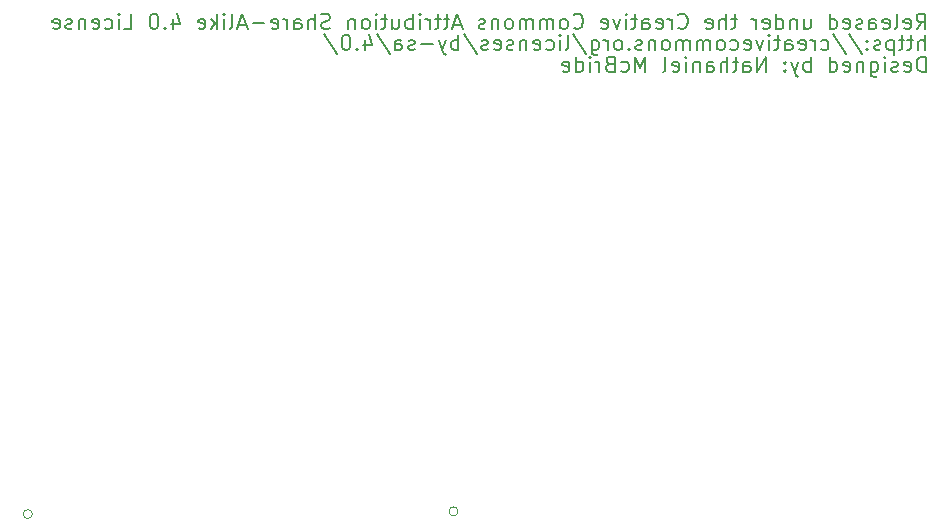
<source format=gbr>
%TF.GenerationSoftware,KiCad,Pcbnew,(6.0.9)*%
%TF.CreationDate,2023-01-10T21:20:11-08:00*%
%TF.ProjectId,RPCM1 IO Board,5250434d-3120-4494-9f20-426f6172642e,1*%
%TF.SameCoordinates,Original*%
%TF.FileFunction,Legend,Bot*%
%TF.FilePolarity,Positive*%
%FSLAX46Y46*%
G04 Gerber Fmt 4.6, Leading zero omitted, Abs format (unit mm)*
G04 Created by KiCad (PCBNEW (6.0.9)) date 2023-01-10 21:20:11*
%MOMM*%
%LPD*%
G01*
G04 APERTURE LIST*
%ADD10C,0.152400*%
%ADD11C,0.120000*%
G04 APERTURE END LIST*
D10*
%TO.C,*%
X136513333Y-39958095D02*
X136946666Y-39339047D01*
X137256190Y-39958095D02*
X137256190Y-38658095D01*
X136760952Y-38658095D01*
X136637142Y-38720000D01*
X136575238Y-38781904D01*
X136513333Y-38905714D01*
X136513333Y-39091428D01*
X136575238Y-39215238D01*
X136637142Y-39277142D01*
X136760952Y-39339047D01*
X137256190Y-39339047D01*
X135460952Y-39896190D02*
X135584761Y-39958095D01*
X135832380Y-39958095D01*
X135956190Y-39896190D01*
X136018095Y-39772380D01*
X136018095Y-39277142D01*
X135956190Y-39153333D01*
X135832380Y-39091428D01*
X135584761Y-39091428D01*
X135460952Y-39153333D01*
X135399047Y-39277142D01*
X135399047Y-39400952D01*
X136018095Y-39524761D01*
X134656190Y-39958095D02*
X134780000Y-39896190D01*
X134841904Y-39772380D01*
X134841904Y-38658095D01*
X133665714Y-39896190D02*
X133789523Y-39958095D01*
X134037142Y-39958095D01*
X134160952Y-39896190D01*
X134222857Y-39772380D01*
X134222857Y-39277142D01*
X134160952Y-39153333D01*
X134037142Y-39091428D01*
X133789523Y-39091428D01*
X133665714Y-39153333D01*
X133603809Y-39277142D01*
X133603809Y-39400952D01*
X134222857Y-39524761D01*
X132489523Y-39958095D02*
X132489523Y-39277142D01*
X132551428Y-39153333D01*
X132675238Y-39091428D01*
X132922857Y-39091428D01*
X133046666Y-39153333D01*
X132489523Y-39896190D02*
X132613333Y-39958095D01*
X132922857Y-39958095D01*
X133046666Y-39896190D01*
X133108571Y-39772380D01*
X133108571Y-39648571D01*
X133046666Y-39524761D01*
X132922857Y-39462857D01*
X132613333Y-39462857D01*
X132489523Y-39400952D01*
X131932380Y-39896190D02*
X131808571Y-39958095D01*
X131560952Y-39958095D01*
X131437142Y-39896190D01*
X131375238Y-39772380D01*
X131375238Y-39710476D01*
X131437142Y-39586666D01*
X131560952Y-39524761D01*
X131746666Y-39524761D01*
X131870476Y-39462857D01*
X131932380Y-39339047D01*
X131932380Y-39277142D01*
X131870476Y-39153333D01*
X131746666Y-39091428D01*
X131560952Y-39091428D01*
X131437142Y-39153333D01*
X130322857Y-39896190D02*
X130446666Y-39958095D01*
X130694285Y-39958095D01*
X130818095Y-39896190D01*
X130879999Y-39772380D01*
X130879999Y-39277142D01*
X130818095Y-39153333D01*
X130694285Y-39091428D01*
X130446666Y-39091428D01*
X130322857Y-39153333D01*
X130260952Y-39277142D01*
X130260952Y-39400952D01*
X130879999Y-39524761D01*
X129146666Y-39958095D02*
X129146666Y-38658095D01*
X129146666Y-39896190D02*
X129270476Y-39958095D01*
X129518095Y-39958095D01*
X129641904Y-39896190D01*
X129703809Y-39834285D01*
X129765714Y-39710476D01*
X129765714Y-39339047D01*
X129703809Y-39215238D01*
X129641904Y-39153333D01*
X129518095Y-39091428D01*
X129270476Y-39091428D01*
X129146666Y-39153333D01*
X126979999Y-39091428D02*
X126979999Y-39958095D01*
X127537142Y-39091428D02*
X127537142Y-39772380D01*
X127475238Y-39896190D01*
X127351428Y-39958095D01*
X127165714Y-39958095D01*
X127041904Y-39896190D01*
X126979999Y-39834285D01*
X126360952Y-39091428D02*
X126360952Y-39958095D01*
X126360952Y-39215238D02*
X126299047Y-39153333D01*
X126175238Y-39091428D01*
X125989523Y-39091428D01*
X125865714Y-39153333D01*
X125803809Y-39277142D01*
X125803809Y-39958095D01*
X124627619Y-39958095D02*
X124627619Y-38658095D01*
X124627619Y-39896190D02*
X124751428Y-39958095D01*
X124999047Y-39958095D01*
X125122857Y-39896190D01*
X125184761Y-39834285D01*
X125246666Y-39710476D01*
X125246666Y-39339047D01*
X125184761Y-39215238D01*
X125122857Y-39153333D01*
X124999047Y-39091428D01*
X124751428Y-39091428D01*
X124627619Y-39153333D01*
X123513333Y-39896190D02*
X123637142Y-39958095D01*
X123884761Y-39958095D01*
X124008571Y-39896190D01*
X124070476Y-39772380D01*
X124070476Y-39277142D01*
X124008571Y-39153333D01*
X123884761Y-39091428D01*
X123637142Y-39091428D01*
X123513333Y-39153333D01*
X123451428Y-39277142D01*
X123451428Y-39400952D01*
X124070476Y-39524761D01*
X122894285Y-39958095D02*
X122894285Y-39091428D01*
X122894285Y-39339047D02*
X122832380Y-39215238D01*
X122770476Y-39153333D01*
X122646666Y-39091428D01*
X122522857Y-39091428D01*
X121284761Y-39091428D02*
X120789523Y-39091428D01*
X121099047Y-38658095D02*
X121099047Y-39772380D01*
X121037142Y-39896190D01*
X120913333Y-39958095D01*
X120789523Y-39958095D01*
X120356190Y-39958095D02*
X120356190Y-38658095D01*
X119799047Y-39958095D02*
X119799047Y-39277142D01*
X119860952Y-39153333D01*
X119984761Y-39091428D01*
X120170476Y-39091428D01*
X120294285Y-39153333D01*
X120356190Y-39215238D01*
X118684761Y-39896190D02*
X118808571Y-39958095D01*
X119056190Y-39958095D01*
X119179999Y-39896190D01*
X119241904Y-39772380D01*
X119241904Y-39277142D01*
X119179999Y-39153333D01*
X119056190Y-39091428D01*
X118808571Y-39091428D01*
X118684761Y-39153333D01*
X118622857Y-39277142D01*
X118622857Y-39400952D01*
X119241904Y-39524761D01*
X116332380Y-39834285D02*
X116394285Y-39896190D01*
X116579999Y-39958095D01*
X116703809Y-39958095D01*
X116889523Y-39896190D01*
X117013333Y-39772380D01*
X117075238Y-39648571D01*
X117137142Y-39400952D01*
X117137142Y-39215238D01*
X117075238Y-38967619D01*
X117013333Y-38843809D01*
X116889523Y-38720000D01*
X116703809Y-38658095D01*
X116579999Y-38658095D01*
X116394285Y-38720000D01*
X116332380Y-38781904D01*
X115775238Y-39958095D02*
X115775238Y-39091428D01*
X115775238Y-39339047D02*
X115713333Y-39215238D01*
X115651428Y-39153333D01*
X115527619Y-39091428D01*
X115403809Y-39091428D01*
X114475238Y-39896190D02*
X114599047Y-39958095D01*
X114846666Y-39958095D01*
X114970476Y-39896190D01*
X115032380Y-39772380D01*
X115032380Y-39277142D01*
X114970476Y-39153333D01*
X114846666Y-39091428D01*
X114599047Y-39091428D01*
X114475238Y-39153333D01*
X114413333Y-39277142D01*
X114413333Y-39400952D01*
X115032380Y-39524761D01*
X113299047Y-39958095D02*
X113299047Y-39277142D01*
X113360952Y-39153333D01*
X113484761Y-39091428D01*
X113732380Y-39091428D01*
X113856190Y-39153333D01*
X113299047Y-39896190D02*
X113422857Y-39958095D01*
X113732380Y-39958095D01*
X113856190Y-39896190D01*
X113918095Y-39772380D01*
X113918095Y-39648571D01*
X113856190Y-39524761D01*
X113732380Y-39462857D01*
X113422857Y-39462857D01*
X113299047Y-39400952D01*
X112865714Y-39091428D02*
X112370476Y-39091428D01*
X112679999Y-38658095D02*
X112679999Y-39772380D01*
X112618095Y-39896190D01*
X112494285Y-39958095D01*
X112370476Y-39958095D01*
X111937142Y-39958095D02*
X111937142Y-39091428D01*
X111937142Y-38658095D02*
X111999047Y-38720000D01*
X111937142Y-38781904D01*
X111875238Y-38720000D01*
X111937142Y-38658095D01*
X111937142Y-38781904D01*
X111441904Y-39091428D02*
X111132380Y-39958095D01*
X110822857Y-39091428D01*
X109832380Y-39896190D02*
X109956190Y-39958095D01*
X110203809Y-39958095D01*
X110327619Y-39896190D01*
X110389523Y-39772380D01*
X110389523Y-39277142D01*
X110327619Y-39153333D01*
X110203809Y-39091428D01*
X109956190Y-39091428D01*
X109832380Y-39153333D01*
X109770476Y-39277142D01*
X109770476Y-39400952D01*
X110389523Y-39524761D01*
X107479999Y-39834285D02*
X107541904Y-39896190D01*
X107727619Y-39958095D01*
X107851428Y-39958095D01*
X108037142Y-39896190D01*
X108160952Y-39772380D01*
X108222857Y-39648571D01*
X108284761Y-39400952D01*
X108284761Y-39215238D01*
X108222857Y-38967619D01*
X108160952Y-38843809D01*
X108037142Y-38720000D01*
X107851428Y-38658095D01*
X107727619Y-38658095D01*
X107541904Y-38720000D01*
X107479999Y-38781904D01*
X106737142Y-39958095D02*
X106860952Y-39896190D01*
X106922857Y-39834285D01*
X106984761Y-39710476D01*
X106984761Y-39339047D01*
X106922857Y-39215238D01*
X106860952Y-39153333D01*
X106737142Y-39091428D01*
X106551428Y-39091428D01*
X106427619Y-39153333D01*
X106365714Y-39215238D01*
X106303809Y-39339047D01*
X106303809Y-39710476D01*
X106365714Y-39834285D01*
X106427619Y-39896190D01*
X106551428Y-39958095D01*
X106737142Y-39958095D01*
X105746666Y-39958095D02*
X105746666Y-39091428D01*
X105746666Y-39215238D02*
X105684761Y-39153333D01*
X105560952Y-39091428D01*
X105375238Y-39091428D01*
X105251428Y-39153333D01*
X105189523Y-39277142D01*
X105189523Y-39958095D01*
X105189523Y-39277142D02*
X105127619Y-39153333D01*
X105003809Y-39091428D01*
X104818095Y-39091428D01*
X104694285Y-39153333D01*
X104632380Y-39277142D01*
X104632380Y-39958095D01*
X104013333Y-39958095D02*
X104013333Y-39091428D01*
X104013333Y-39215238D02*
X103951428Y-39153333D01*
X103827619Y-39091428D01*
X103641904Y-39091428D01*
X103518095Y-39153333D01*
X103456190Y-39277142D01*
X103456190Y-39958095D01*
X103456190Y-39277142D02*
X103394285Y-39153333D01*
X103270476Y-39091428D01*
X103084761Y-39091428D01*
X102960952Y-39153333D01*
X102899047Y-39277142D01*
X102899047Y-39958095D01*
X102094285Y-39958095D02*
X102218095Y-39896190D01*
X102279999Y-39834285D01*
X102341904Y-39710476D01*
X102341904Y-39339047D01*
X102279999Y-39215238D01*
X102218095Y-39153333D01*
X102094285Y-39091428D01*
X101908571Y-39091428D01*
X101784761Y-39153333D01*
X101722857Y-39215238D01*
X101660952Y-39339047D01*
X101660952Y-39710476D01*
X101722857Y-39834285D01*
X101784761Y-39896190D01*
X101908571Y-39958095D01*
X102094285Y-39958095D01*
X101103809Y-39091428D02*
X101103809Y-39958095D01*
X101103809Y-39215238D02*
X101041904Y-39153333D01*
X100918095Y-39091428D01*
X100732380Y-39091428D01*
X100608571Y-39153333D01*
X100546666Y-39277142D01*
X100546666Y-39958095D01*
X99989523Y-39896190D02*
X99865714Y-39958095D01*
X99618095Y-39958095D01*
X99494285Y-39896190D01*
X99432380Y-39772380D01*
X99432380Y-39710476D01*
X99494285Y-39586666D01*
X99618095Y-39524761D01*
X99803809Y-39524761D01*
X99927619Y-39462857D01*
X99989523Y-39339047D01*
X99989523Y-39277142D01*
X99927619Y-39153333D01*
X99803809Y-39091428D01*
X99618095Y-39091428D01*
X99494285Y-39153333D01*
X97946666Y-39586666D02*
X97327619Y-39586666D01*
X98070476Y-39958095D02*
X97637142Y-38658095D01*
X97203809Y-39958095D01*
X96956190Y-39091428D02*
X96460952Y-39091428D01*
X96770476Y-38658095D02*
X96770476Y-39772380D01*
X96708571Y-39896190D01*
X96584761Y-39958095D01*
X96460952Y-39958095D01*
X96213333Y-39091428D02*
X95718095Y-39091428D01*
X96027619Y-38658095D02*
X96027619Y-39772380D01*
X95965714Y-39896190D01*
X95841904Y-39958095D01*
X95718095Y-39958095D01*
X95284761Y-39958095D02*
X95284761Y-39091428D01*
X95284761Y-39339047D02*
X95222857Y-39215238D01*
X95160952Y-39153333D01*
X95037142Y-39091428D01*
X94913333Y-39091428D01*
X94479999Y-39958095D02*
X94479999Y-39091428D01*
X94479999Y-38658095D02*
X94541904Y-38720000D01*
X94479999Y-38781904D01*
X94418095Y-38720000D01*
X94479999Y-38658095D01*
X94479999Y-38781904D01*
X93860952Y-39958095D02*
X93860952Y-38658095D01*
X93860952Y-39153333D02*
X93737142Y-39091428D01*
X93489523Y-39091428D01*
X93365714Y-39153333D01*
X93303809Y-39215238D01*
X93241904Y-39339047D01*
X93241904Y-39710476D01*
X93303809Y-39834285D01*
X93365714Y-39896190D01*
X93489523Y-39958095D01*
X93737142Y-39958095D01*
X93860952Y-39896190D01*
X92127619Y-39091428D02*
X92127619Y-39958095D01*
X92684761Y-39091428D02*
X92684761Y-39772380D01*
X92622857Y-39896190D01*
X92499047Y-39958095D01*
X92313333Y-39958095D01*
X92189523Y-39896190D01*
X92127619Y-39834285D01*
X91694285Y-39091428D02*
X91199047Y-39091428D01*
X91508571Y-38658095D02*
X91508571Y-39772380D01*
X91446666Y-39896190D01*
X91322857Y-39958095D01*
X91199047Y-39958095D01*
X90765714Y-39958095D02*
X90765714Y-39091428D01*
X90765714Y-38658095D02*
X90827619Y-38720000D01*
X90765714Y-38781904D01*
X90703809Y-38720000D01*
X90765714Y-38658095D01*
X90765714Y-38781904D01*
X89960952Y-39958095D02*
X90084761Y-39896190D01*
X90146666Y-39834285D01*
X90208571Y-39710476D01*
X90208571Y-39339047D01*
X90146666Y-39215238D01*
X90084761Y-39153333D01*
X89960952Y-39091428D01*
X89775238Y-39091428D01*
X89651428Y-39153333D01*
X89589523Y-39215238D01*
X89527619Y-39339047D01*
X89527619Y-39710476D01*
X89589523Y-39834285D01*
X89651428Y-39896190D01*
X89775238Y-39958095D01*
X89960952Y-39958095D01*
X88970476Y-39091428D02*
X88970476Y-39958095D01*
X88970476Y-39215238D02*
X88908571Y-39153333D01*
X88784761Y-39091428D01*
X88599047Y-39091428D01*
X88475238Y-39153333D01*
X88413333Y-39277142D01*
X88413333Y-39958095D01*
X86865714Y-39896190D02*
X86679999Y-39958095D01*
X86370476Y-39958095D01*
X86246666Y-39896190D01*
X86184761Y-39834285D01*
X86122857Y-39710476D01*
X86122857Y-39586666D01*
X86184761Y-39462857D01*
X86246666Y-39400952D01*
X86370476Y-39339047D01*
X86618095Y-39277142D01*
X86741904Y-39215238D01*
X86803809Y-39153333D01*
X86865714Y-39029523D01*
X86865714Y-38905714D01*
X86803809Y-38781904D01*
X86741904Y-38720000D01*
X86618095Y-38658095D01*
X86308571Y-38658095D01*
X86122857Y-38720000D01*
X85565714Y-39958095D02*
X85565714Y-38658095D01*
X85008571Y-39958095D02*
X85008571Y-39277142D01*
X85070476Y-39153333D01*
X85194285Y-39091428D01*
X85379999Y-39091428D01*
X85503809Y-39153333D01*
X85565714Y-39215238D01*
X83832380Y-39958095D02*
X83832380Y-39277142D01*
X83894285Y-39153333D01*
X84018095Y-39091428D01*
X84265714Y-39091428D01*
X84389523Y-39153333D01*
X83832380Y-39896190D02*
X83956190Y-39958095D01*
X84265714Y-39958095D01*
X84389523Y-39896190D01*
X84451428Y-39772380D01*
X84451428Y-39648571D01*
X84389523Y-39524761D01*
X84265714Y-39462857D01*
X83956190Y-39462857D01*
X83832380Y-39400952D01*
X83213333Y-39958095D02*
X83213333Y-39091428D01*
X83213333Y-39339047D02*
X83151428Y-39215238D01*
X83089523Y-39153333D01*
X82965714Y-39091428D01*
X82841904Y-39091428D01*
X81913333Y-39896190D02*
X82037142Y-39958095D01*
X82284761Y-39958095D01*
X82408571Y-39896190D01*
X82470476Y-39772380D01*
X82470476Y-39277142D01*
X82408571Y-39153333D01*
X82284761Y-39091428D01*
X82037142Y-39091428D01*
X81913333Y-39153333D01*
X81851428Y-39277142D01*
X81851428Y-39400952D01*
X82470476Y-39524761D01*
X81294285Y-39462857D02*
X80303809Y-39462857D01*
X79746666Y-39586666D02*
X79127619Y-39586666D01*
X79870476Y-39958095D02*
X79437142Y-38658095D01*
X79003809Y-39958095D01*
X78384761Y-39958095D02*
X78508571Y-39896190D01*
X78570476Y-39772380D01*
X78570476Y-38658095D01*
X77889523Y-39958095D02*
X77889523Y-39091428D01*
X77889523Y-38658095D02*
X77951428Y-38720000D01*
X77889523Y-38781904D01*
X77827619Y-38720000D01*
X77889523Y-38658095D01*
X77889523Y-38781904D01*
X77270476Y-39958095D02*
X77270476Y-38658095D01*
X77146666Y-39462857D02*
X76775238Y-39958095D01*
X76775238Y-39091428D02*
X77270476Y-39586666D01*
X75722857Y-39896190D02*
X75846666Y-39958095D01*
X76094285Y-39958095D01*
X76218095Y-39896190D01*
X76279999Y-39772380D01*
X76279999Y-39277142D01*
X76218095Y-39153333D01*
X76094285Y-39091428D01*
X75846666Y-39091428D01*
X75722857Y-39153333D01*
X75660952Y-39277142D01*
X75660952Y-39400952D01*
X76279999Y-39524761D01*
X73556190Y-39091428D02*
X73556190Y-39958095D01*
X73865714Y-38596190D02*
X74175238Y-39524761D01*
X73370476Y-39524761D01*
X72875238Y-39834285D02*
X72813333Y-39896190D01*
X72875238Y-39958095D01*
X72937142Y-39896190D01*
X72875238Y-39834285D01*
X72875238Y-39958095D01*
X72008571Y-38658095D02*
X71884761Y-38658095D01*
X71760952Y-38720000D01*
X71699047Y-38781904D01*
X71637142Y-38905714D01*
X71575238Y-39153333D01*
X71575238Y-39462857D01*
X71637142Y-39710476D01*
X71699047Y-39834285D01*
X71760952Y-39896190D01*
X71884761Y-39958095D01*
X72008571Y-39958095D01*
X72132380Y-39896190D01*
X72194285Y-39834285D01*
X72256190Y-39710476D01*
X72318095Y-39462857D01*
X72318095Y-39153333D01*
X72256190Y-38905714D01*
X72194285Y-38781904D01*
X72132380Y-38720000D01*
X72008571Y-38658095D01*
X69408571Y-39958095D02*
X70027619Y-39958095D01*
X70027619Y-38658095D01*
X68975238Y-39958095D02*
X68975238Y-39091428D01*
X68975238Y-38658095D02*
X69037142Y-38720000D01*
X68975238Y-38781904D01*
X68913333Y-38720000D01*
X68975238Y-38658095D01*
X68975238Y-38781904D01*
X67799047Y-39896190D02*
X67922857Y-39958095D01*
X68170476Y-39958095D01*
X68294285Y-39896190D01*
X68356190Y-39834285D01*
X68418095Y-39710476D01*
X68418095Y-39339047D01*
X68356190Y-39215238D01*
X68294285Y-39153333D01*
X68170476Y-39091428D01*
X67922857Y-39091428D01*
X67799047Y-39153333D01*
X66746666Y-39896190D02*
X66870476Y-39958095D01*
X67118095Y-39958095D01*
X67241904Y-39896190D01*
X67303809Y-39772380D01*
X67303809Y-39277142D01*
X67241904Y-39153333D01*
X67118095Y-39091428D01*
X66870476Y-39091428D01*
X66746666Y-39153333D01*
X66684761Y-39277142D01*
X66684761Y-39400952D01*
X67303809Y-39524761D01*
X66127619Y-39091428D02*
X66127619Y-39958095D01*
X66127619Y-39215238D02*
X66065714Y-39153333D01*
X65941904Y-39091428D01*
X65756190Y-39091428D01*
X65632380Y-39153333D01*
X65570476Y-39277142D01*
X65570476Y-39958095D01*
X65013333Y-39896190D02*
X64889523Y-39958095D01*
X64641904Y-39958095D01*
X64518095Y-39896190D01*
X64456190Y-39772380D01*
X64456190Y-39710476D01*
X64518095Y-39586666D01*
X64641904Y-39524761D01*
X64827619Y-39524761D01*
X64951428Y-39462857D01*
X65013333Y-39339047D01*
X65013333Y-39277142D01*
X64951428Y-39153333D01*
X64827619Y-39091428D01*
X64641904Y-39091428D01*
X64518095Y-39153333D01*
X63403809Y-39896190D02*
X63527619Y-39958095D01*
X63775238Y-39958095D01*
X63899047Y-39896190D01*
X63960952Y-39772380D01*
X63960952Y-39277142D01*
X63899047Y-39153333D01*
X63775238Y-39091428D01*
X63527619Y-39091428D01*
X63403809Y-39153333D01*
X63341904Y-39277142D01*
X63341904Y-39400952D01*
X63960952Y-39524761D01*
X137224361Y-41736095D02*
X137224361Y-40436095D01*
X136667219Y-41736095D02*
X136667219Y-41055142D01*
X136729123Y-40931333D01*
X136852933Y-40869428D01*
X137038647Y-40869428D01*
X137162457Y-40931333D01*
X137224361Y-40993238D01*
X136233885Y-40869428D02*
X135738647Y-40869428D01*
X136048171Y-40436095D02*
X136048171Y-41550380D01*
X135986266Y-41674190D01*
X135862457Y-41736095D01*
X135738647Y-41736095D01*
X135491028Y-40869428D02*
X134995790Y-40869428D01*
X135305314Y-40436095D02*
X135305314Y-41550380D01*
X135243409Y-41674190D01*
X135119600Y-41736095D01*
X134995790Y-41736095D01*
X134562457Y-40869428D02*
X134562457Y-42169428D01*
X134562457Y-40931333D02*
X134438647Y-40869428D01*
X134191028Y-40869428D01*
X134067219Y-40931333D01*
X134005314Y-40993238D01*
X133943409Y-41117047D01*
X133943409Y-41488476D01*
X134005314Y-41612285D01*
X134067219Y-41674190D01*
X134191028Y-41736095D01*
X134438647Y-41736095D01*
X134562457Y-41674190D01*
X133448171Y-41674190D02*
X133324361Y-41736095D01*
X133076742Y-41736095D01*
X132952933Y-41674190D01*
X132891028Y-41550380D01*
X132891028Y-41488476D01*
X132952933Y-41364666D01*
X133076742Y-41302761D01*
X133262457Y-41302761D01*
X133386266Y-41240857D01*
X133448171Y-41117047D01*
X133448171Y-41055142D01*
X133386266Y-40931333D01*
X133262457Y-40869428D01*
X133076742Y-40869428D01*
X132952933Y-40931333D01*
X132333885Y-41612285D02*
X132271980Y-41674190D01*
X132333885Y-41736095D01*
X132395790Y-41674190D01*
X132333885Y-41612285D01*
X132333885Y-41736095D01*
X132333885Y-40931333D02*
X132271980Y-40993238D01*
X132333885Y-41055142D01*
X132395790Y-40993238D01*
X132333885Y-40931333D01*
X132333885Y-41055142D01*
X130786266Y-40374190D02*
X131900552Y-42045619D01*
X129424361Y-40374190D02*
X130538647Y-42045619D01*
X128433885Y-41674190D02*
X128557695Y-41736095D01*
X128805314Y-41736095D01*
X128929123Y-41674190D01*
X128991028Y-41612285D01*
X129052933Y-41488476D01*
X129052933Y-41117047D01*
X128991028Y-40993238D01*
X128929123Y-40931333D01*
X128805314Y-40869428D01*
X128557695Y-40869428D01*
X128433885Y-40931333D01*
X127876742Y-41736095D02*
X127876742Y-40869428D01*
X127876742Y-41117047D02*
X127814838Y-40993238D01*
X127752933Y-40931333D01*
X127629123Y-40869428D01*
X127505314Y-40869428D01*
X126576742Y-41674190D02*
X126700552Y-41736095D01*
X126948171Y-41736095D01*
X127071980Y-41674190D01*
X127133885Y-41550380D01*
X127133885Y-41055142D01*
X127071980Y-40931333D01*
X126948171Y-40869428D01*
X126700552Y-40869428D01*
X126576742Y-40931333D01*
X126514838Y-41055142D01*
X126514838Y-41178952D01*
X127133885Y-41302761D01*
X125400552Y-41736095D02*
X125400552Y-41055142D01*
X125462457Y-40931333D01*
X125586266Y-40869428D01*
X125833885Y-40869428D01*
X125957695Y-40931333D01*
X125400552Y-41674190D02*
X125524361Y-41736095D01*
X125833885Y-41736095D01*
X125957695Y-41674190D01*
X126019599Y-41550380D01*
X126019599Y-41426571D01*
X125957695Y-41302761D01*
X125833885Y-41240857D01*
X125524361Y-41240857D01*
X125400552Y-41178952D01*
X124967219Y-40869428D02*
X124471980Y-40869428D01*
X124781504Y-40436095D02*
X124781504Y-41550380D01*
X124719599Y-41674190D01*
X124595790Y-41736095D01*
X124471980Y-41736095D01*
X124038647Y-41736095D02*
X124038647Y-40869428D01*
X124038647Y-40436095D02*
X124100552Y-40498000D01*
X124038647Y-40559904D01*
X123976742Y-40498000D01*
X124038647Y-40436095D01*
X124038647Y-40559904D01*
X123543409Y-40869428D02*
X123233885Y-41736095D01*
X122924361Y-40869428D01*
X121933885Y-41674190D02*
X122057695Y-41736095D01*
X122305314Y-41736095D01*
X122429123Y-41674190D01*
X122491028Y-41550380D01*
X122491028Y-41055142D01*
X122429123Y-40931333D01*
X122305314Y-40869428D01*
X122057695Y-40869428D01*
X121933885Y-40931333D01*
X121871980Y-41055142D01*
X121871980Y-41178952D01*
X122491028Y-41302761D01*
X120757695Y-41674190D02*
X120881504Y-41736095D01*
X121129123Y-41736095D01*
X121252933Y-41674190D01*
X121314838Y-41612285D01*
X121376742Y-41488476D01*
X121376742Y-41117047D01*
X121314838Y-40993238D01*
X121252933Y-40931333D01*
X121129123Y-40869428D01*
X120881504Y-40869428D01*
X120757695Y-40931333D01*
X120014838Y-41736095D02*
X120138647Y-41674190D01*
X120200552Y-41612285D01*
X120262457Y-41488476D01*
X120262457Y-41117047D01*
X120200552Y-40993238D01*
X120138647Y-40931333D01*
X120014838Y-40869428D01*
X119829123Y-40869428D01*
X119705314Y-40931333D01*
X119643409Y-40993238D01*
X119581504Y-41117047D01*
X119581504Y-41488476D01*
X119643409Y-41612285D01*
X119705314Y-41674190D01*
X119829123Y-41736095D01*
X120014838Y-41736095D01*
X119024361Y-41736095D02*
X119024361Y-40869428D01*
X119024361Y-40993238D02*
X118962457Y-40931333D01*
X118838647Y-40869428D01*
X118652933Y-40869428D01*
X118529123Y-40931333D01*
X118467219Y-41055142D01*
X118467219Y-41736095D01*
X118467219Y-41055142D02*
X118405314Y-40931333D01*
X118281504Y-40869428D01*
X118095790Y-40869428D01*
X117971980Y-40931333D01*
X117910076Y-41055142D01*
X117910076Y-41736095D01*
X117291028Y-41736095D02*
X117291028Y-40869428D01*
X117291028Y-40993238D02*
X117229123Y-40931333D01*
X117105314Y-40869428D01*
X116919599Y-40869428D01*
X116795790Y-40931333D01*
X116733885Y-41055142D01*
X116733885Y-41736095D01*
X116733885Y-41055142D02*
X116671980Y-40931333D01*
X116548171Y-40869428D01*
X116362457Y-40869428D01*
X116238647Y-40931333D01*
X116176742Y-41055142D01*
X116176742Y-41736095D01*
X115371980Y-41736095D02*
X115495790Y-41674190D01*
X115557695Y-41612285D01*
X115619599Y-41488476D01*
X115619599Y-41117047D01*
X115557695Y-40993238D01*
X115495790Y-40931333D01*
X115371980Y-40869428D01*
X115186266Y-40869428D01*
X115062457Y-40931333D01*
X115000552Y-40993238D01*
X114938647Y-41117047D01*
X114938647Y-41488476D01*
X115000552Y-41612285D01*
X115062457Y-41674190D01*
X115186266Y-41736095D01*
X115371980Y-41736095D01*
X114381504Y-40869428D02*
X114381504Y-41736095D01*
X114381504Y-40993238D02*
X114319599Y-40931333D01*
X114195790Y-40869428D01*
X114010076Y-40869428D01*
X113886266Y-40931333D01*
X113824361Y-41055142D01*
X113824361Y-41736095D01*
X113267219Y-41674190D02*
X113143409Y-41736095D01*
X112895790Y-41736095D01*
X112771980Y-41674190D01*
X112710076Y-41550380D01*
X112710076Y-41488476D01*
X112771980Y-41364666D01*
X112895790Y-41302761D01*
X113081504Y-41302761D01*
X113205314Y-41240857D01*
X113267219Y-41117047D01*
X113267219Y-41055142D01*
X113205314Y-40931333D01*
X113081504Y-40869428D01*
X112895790Y-40869428D01*
X112771980Y-40931333D01*
X112152933Y-41612285D02*
X112091028Y-41674190D01*
X112152933Y-41736095D01*
X112214838Y-41674190D01*
X112152933Y-41612285D01*
X112152933Y-41736095D01*
X111348171Y-41736095D02*
X111471980Y-41674190D01*
X111533885Y-41612285D01*
X111595790Y-41488476D01*
X111595790Y-41117047D01*
X111533885Y-40993238D01*
X111471980Y-40931333D01*
X111348171Y-40869428D01*
X111162457Y-40869428D01*
X111038647Y-40931333D01*
X110976742Y-40993238D01*
X110914838Y-41117047D01*
X110914838Y-41488476D01*
X110976742Y-41612285D01*
X111038647Y-41674190D01*
X111162457Y-41736095D01*
X111348171Y-41736095D01*
X110357695Y-41736095D02*
X110357695Y-40869428D01*
X110357695Y-41117047D02*
X110295790Y-40993238D01*
X110233885Y-40931333D01*
X110110076Y-40869428D01*
X109986266Y-40869428D01*
X108995790Y-40869428D02*
X108995790Y-41921809D01*
X109057695Y-42045619D01*
X109119599Y-42107523D01*
X109243409Y-42169428D01*
X109429123Y-42169428D01*
X109552933Y-42107523D01*
X108995790Y-41674190D02*
X109119599Y-41736095D01*
X109367219Y-41736095D01*
X109491028Y-41674190D01*
X109552933Y-41612285D01*
X109614838Y-41488476D01*
X109614838Y-41117047D01*
X109552933Y-40993238D01*
X109491028Y-40931333D01*
X109367219Y-40869428D01*
X109119599Y-40869428D01*
X108995790Y-40931333D01*
X107448171Y-40374190D02*
X108562457Y-42045619D01*
X106829123Y-41736095D02*
X106952933Y-41674190D01*
X107014838Y-41550380D01*
X107014838Y-40436095D01*
X106333885Y-41736095D02*
X106333885Y-40869428D01*
X106333885Y-40436095D02*
X106395790Y-40498000D01*
X106333885Y-40559904D01*
X106271980Y-40498000D01*
X106333885Y-40436095D01*
X106333885Y-40559904D01*
X105157695Y-41674190D02*
X105281504Y-41736095D01*
X105529123Y-41736095D01*
X105652933Y-41674190D01*
X105714838Y-41612285D01*
X105776742Y-41488476D01*
X105776742Y-41117047D01*
X105714838Y-40993238D01*
X105652933Y-40931333D01*
X105529123Y-40869428D01*
X105281504Y-40869428D01*
X105157695Y-40931333D01*
X104105314Y-41674190D02*
X104229123Y-41736095D01*
X104476742Y-41736095D01*
X104600552Y-41674190D01*
X104662457Y-41550380D01*
X104662457Y-41055142D01*
X104600552Y-40931333D01*
X104476742Y-40869428D01*
X104229123Y-40869428D01*
X104105314Y-40931333D01*
X104043409Y-41055142D01*
X104043409Y-41178952D01*
X104662457Y-41302761D01*
X103486266Y-40869428D02*
X103486266Y-41736095D01*
X103486266Y-40993238D02*
X103424361Y-40931333D01*
X103300552Y-40869428D01*
X103114838Y-40869428D01*
X102991028Y-40931333D01*
X102929123Y-41055142D01*
X102929123Y-41736095D01*
X102371980Y-41674190D02*
X102248171Y-41736095D01*
X102000552Y-41736095D01*
X101876742Y-41674190D01*
X101814838Y-41550380D01*
X101814838Y-41488476D01*
X101876742Y-41364666D01*
X102000552Y-41302761D01*
X102186266Y-41302761D01*
X102310076Y-41240857D01*
X102371980Y-41117047D01*
X102371980Y-41055142D01*
X102310076Y-40931333D01*
X102186266Y-40869428D01*
X102000552Y-40869428D01*
X101876742Y-40931333D01*
X100762457Y-41674190D02*
X100886266Y-41736095D01*
X101133885Y-41736095D01*
X101257695Y-41674190D01*
X101319599Y-41550380D01*
X101319599Y-41055142D01*
X101257695Y-40931333D01*
X101133885Y-40869428D01*
X100886266Y-40869428D01*
X100762457Y-40931333D01*
X100700552Y-41055142D01*
X100700552Y-41178952D01*
X101319599Y-41302761D01*
X100205314Y-41674190D02*
X100081504Y-41736095D01*
X99833885Y-41736095D01*
X99710076Y-41674190D01*
X99648171Y-41550380D01*
X99648171Y-41488476D01*
X99710076Y-41364666D01*
X99833885Y-41302761D01*
X100019599Y-41302761D01*
X100143409Y-41240857D01*
X100205314Y-41117047D01*
X100205314Y-41055142D01*
X100143409Y-40931333D01*
X100019599Y-40869428D01*
X99833885Y-40869428D01*
X99710076Y-40931333D01*
X98162457Y-40374190D02*
X99276742Y-42045619D01*
X97729123Y-41736095D02*
X97729123Y-40436095D01*
X97729123Y-40931333D02*
X97605314Y-40869428D01*
X97357695Y-40869428D01*
X97233885Y-40931333D01*
X97171980Y-40993238D01*
X97110076Y-41117047D01*
X97110076Y-41488476D01*
X97171980Y-41612285D01*
X97233885Y-41674190D01*
X97357695Y-41736095D01*
X97605314Y-41736095D01*
X97729123Y-41674190D01*
X96676742Y-40869428D02*
X96367219Y-41736095D01*
X96057695Y-40869428D02*
X96367219Y-41736095D01*
X96491028Y-42045619D01*
X96552933Y-42107523D01*
X96676742Y-42169428D01*
X95562457Y-41240857D02*
X94571980Y-41240857D01*
X94014838Y-41674190D02*
X93891028Y-41736095D01*
X93643409Y-41736095D01*
X93519599Y-41674190D01*
X93457695Y-41550380D01*
X93457695Y-41488476D01*
X93519599Y-41364666D01*
X93643409Y-41302761D01*
X93829123Y-41302761D01*
X93952933Y-41240857D01*
X94014838Y-41117047D01*
X94014838Y-41055142D01*
X93952933Y-40931333D01*
X93829123Y-40869428D01*
X93643409Y-40869428D01*
X93519599Y-40931333D01*
X92343409Y-41736095D02*
X92343409Y-41055142D01*
X92405314Y-40931333D01*
X92529123Y-40869428D01*
X92776742Y-40869428D01*
X92900552Y-40931333D01*
X92343409Y-41674190D02*
X92467219Y-41736095D01*
X92776742Y-41736095D01*
X92900552Y-41674190D01*
X92962457Y-41550380D01*
X92962457Y-41426571D01*
X92900552Y-41302761D01*
X92776742Y-41240857D01*
X92467219Y-41240857D01*
X92343409Y-41178952D01*
X90795790Y-40374190D02*
X91910076Y-42045619D01*
X89805314Y-40869428D02*
X89805314Y-41736095D01*
X90114838Y-40374190D02*
X90424361Y-41302761D01*
X89619599Y-41302761D01*
X89124361Y-41612285D02*
X89062457Y-41674190D01*
X89124361Y-41736095D01*
X89186266Y-41674190D01*
X89124361Y-41612285D01*
X89124361Y-41736095D01*
X88257695Y-40436095D02*
X88133885Y-40436095D01*
X88010076Y-40498000D01*
X87948171Y-40559904D01*
X87886266Y-40683714D01*
X87824361Y-40931333D01*
X87824361Y-41240857D01*
X87886266Y-41488476D01*
X87948171Y-41612285D01*
X88010076Y-41674190D01*
X88133885Y-41736095D01*
X88257695Y-41736095D01*
X88381504Y-41674190D01*
X88443409Y-41612285D01*
X88505314Y-41488476D01*
X88567219Y-41240857D01*
X88567219Y-40931333D01*
X88505314Y-40683714D01*
X88443409Y-40559904D01*
X88381504Y-40498000D01*
X88257695Y-40436095D01*
X86338647Y-40374190D02*
X87452933Y-42045619D01*
X137272380Y-43590295D02*
X137272380Y-42290295D01*
X136962857Y-42290295D01*
X136777142Y-42352200D01*
X136653333Y-42476009D01*
X136591428Y-42599819D01*
X136529523Y-42847438D01*
X136529523Y-43033152D01*
X136591428Y-43280771D01*
X136653333Y-43404580D01*
X136777142Y-43528390D01*
X136962857Y-43590295D01*
X137272380Y-43590295D01*
X135477142Y-43528390D02*
X135600952Y-43590295D01*
X135848571Y-43590295D01*
X135972380Y-43528390D01*
X136034285Y-43404580D01*
X136034285Y-42909342D01*
X135972380Y-42785533D01*
X135848571Y-42723628D01*
X135600952Y-42723628D01*
X135477142Y-42785533D01*
X135415238Y-42909342D01*
X135415238Y-43033152D01*
X136034285Y-43156961D01*
X134920000Y-43528390D02*
X134796190Y-43590295D01*
X134548571Y-43590295D01*
X134424761Y-43528390D01*
X134362857Y-43404580D01*
X134362857Y-43342676D01*
X134424761Y-43218866D01*
X134548571Y-43156961D01*
X134734285Y-43156961D01*
X134858095Y-43095057D01*
X134920000Y-42971247D01*
X134920000Y-42909342D01*
X134858095Y-42785533D01*
X134734285Y-42723628D01*
X134548571Y-42723628D01*
X134424761Y-42785533D01*
X133805714Y-43590295D02*
X133805714Y-42723628D01*
X133805714Y-42290295D02*
X133867619Y-42352200D01*
X133805714Y-42414104D01*
X133743809Y-42352200D01*
X133805714Y-42290295D01*
X133805714Y-42414104D01*
X132629523Y-42723628D02*
X132629523Y-43776009D01*
X132691428Y-43899819D01*
X132753333Y-43961723D01*
X132877142Y-44023628D01*
X133062857Y-44023628D01*
X133186666Y-43961723D01*
X132629523Y-43528390D02*
X132753333Y-43590295D01*
X133000952Y-43590295D01*
X133124761Y-43528390D01*
X133186666Y-43466485D01*
X133248571Y-43342676D01*
X133248571Y-42971247D01*
X133186666Y-42847438D01*
X133124761Y-42785533D01*
X133000952Y-42723628D01*
X132753333Y-42723628D01*
X132629523Y-42785533D01*
X132010476Y-42723628D02*
X132010476Y-43590295D01*
X132010476Y-42847438D02*
X131948571Y-42785533D01*
X131824761Y-42723628D01*
X131639047Y-42723628D01*
X131515238Y-42785533D01*
X131453333Y-42909342D01*
X131453333Y-43590295D01*
X130339047Y-43528390D02*
X130462857Y-43590295D01*
X130710476Y-43590295D01*
X130834285Y-43528390D01*
X130896190Y-43404580D01*
X130896190Y-42909342D01*
X130834285Y-42785533D01*
X130710476Y-42723628D01*
X130462857Y-42723628D01*
X130339047Y-42785533D01*
X130277142Y-42909342D01*
X130277142Y-43033152D01*
X130896190Y-43156961D01*
X129162857Y-43590295D02*
X129162857Y-42290295D01*
X129162857Y-43528390D02*
X129286666Y-43590295D01*
X129534285Y-43590295D01*
X129658095Y-43528390D01*
X129720000Y-43466485D01*
X129781904Y-43342676D01*
X129781904Y-42971247D01*
X129720000Y-42847438D01*
X129658095Y-42785533D01*
X129534285Y-42723628D01*
X129286666Y-42723628D01*
X129162857Y-42785533D01*
X127553333Y-43590295D02*
X127553333Y-42290295D01*
X127553333Y-42785533D02*
X127429523Y-42723628D01*
X127181904Y-42723628D01*
X127058095Y-42785533D01*
X126996190Y-42847438D01*
X126934285Y-42971247D01*
X126934285Y-43342676D01*
X126996190Y-43466485D01*
X127058095Y-43528390D01*
X127181904Y-43590295D01*
X127429523Y-43590295D01*
X127553333Y-43528390D01*
X126500952Y-42723628D02*
X126191428Y-43590295D01*
X125881904Y-42723628D02*
X126191428Y-43590295D01*
X126315238Y-43899819D01*
X126377142Y-43961723D01*
X126500952Y-44023628D01*
X125386666Y-43466485D02*
X125324761Y-43528390D01*
X125386666Y-43590295D01*
X125448571Y-43528390D01*
X125386666Y-43466485D01*
X125386666Y-43590295D01*
X125386666Y-42785533D02*
X125324761Y-42847438D01*
X125386666Y-42909342D01*
X125448571Y-42847438D01*
X125386666Y-42785533D01*
X125386666Y-42909342D01*
X123777142Y-43590295D02*
X123777142Y-42290295D01*
X123034285Y-43590295D01*
X123034285Y-42290295D01*
X121858095Y-43590295D02*
X121858095Y-42909342D01*
X121920000Y-42785533D01*
X122043809Y-42723628D01*
X122291428Y-42723628D01*
X122415238Y-42785533D01*
X121858095Y-43528390D02*
X121981904Y-43590295D01*
X122291428Y-43590295D01*
X122415238Y-43528390D01*
X122477142Y-43404580D01*
X122477142Y-43280771D01*
X122415238Y-43156961D01*
X122291428Y-43095057D01*
X121981904Y-43095057D01*
X121858095Y-43033152D01*
X121424761Y-42723628D02*
X120929523Y-42723628D01*
X121239047Y-42290295D02*
X121239047Y-43404580D01*
X121177142Y-43528390D01*
X121053333Y-43590295D01*
X120929523Y-43590295D01*
X120496190Y-43590295D02*
X120496190Y-42290295D01*
X119939047Y-43590295D02*
X119939047Y-42909342D01*
X120000952Y-42785533D01*
X120124761Y-42723628D01*
X120310476Y-42723628D01*
X120434285Y-42785533D01*
X120496190Y-42847438D01*
X118762857Y-43590295D02*
X118762857Y-42909342D01*
X118824761Y-42785533D01*
X118948571Y-42723628D01*
X119196190Y-42723628D01*
X119320000Y-42785533D01*
X118762857Y-43528390D02*
X118886666Y-43590295D01*
X119196190Y-43590295D01*
X119320000Y-43528390D01*
X119381904Y-43404580D01*
X119381904Y-43280771D01*
X119320000Y-43156961D01*
X119196190Y-43095057D01*
X118886666Y-43095057D01*
X118762857Y-43033152D01*
X118143809Y-42723628D02*
X118143809Y-43590295D01*
X118143809Y-42847438D02*
X118081904Y-42785533D01*
X117958095Y-42723628D01*
X117772380Y-42723628D01*
X117648571Y-42785533D01*
X117586666Y-42909342D01*
X117586666Y-43590295D01*
X116967619Y-43590295D02*
X116967619Y-42723628D01*
X116967619Y-42290295D02*
X117029523Y-42352200D01*
X116967619Y-42414104D01*
X116905714Y-42352200D01*
X116967619Y-42290295D01*
X116967619Y-42414104D01*
X115853333Y-43528390D02*
X115977142Y-43590295D01*
X116224761Y-43590295D01*
X116348571Y-43528390D01*
X116410476Y-43404580D01*
X116410476Y-42909342D01*
X116348571Y-42785533D01*
X116224761Y-42723628D01*
X115977142Y-42723628D01*
X115853333Y-42785533D01*
X115791428Y-42909342D01*
X115791428Y-43033152D01*
X116410476Y-43156961D01*
X115048571Y-43590295D02*
X115172380Y-43528390D01*
X115234285Y-43404580D01*
X115234285Y-42290295D01*
X113562857Y-43590295D02*
X113562857Y-42290295D01*
X113129523Y-43218866D01*
X112696190Y-42290295D01*
X112696190Y-43590295D01*
X111520000Y-43528390D02*
X111643809Y-43590295D01*
X111891428Y-43590295D01*
X112015238Y-43528390D01*
X112077142Y-43466485D01*
X112139047Y-43342676D01*
X112139047Y-42971247D01*
X112077142Y-42847438D01*
X112015238Y-42785533D01*
X111891428Y-42723628D01*
X111643809Y-42723628D01*
X111520000Y-42785533D01*
X110529523Y-42909342D02*
X110343809Y-42971247D01*
X110281904Y-43033152D01*
X110220000Y-43156961D01*
X110220000Y-43342676D01*
X110281904Y-43466485D01*
X110343809Y-43528390D01*
X110467619Y-43590295D01*
X110962857Y-43590295D01*
X110962857Y-42290295D01*
X110529523Y-42290295D01*
X110405714Y-42352200D01*
X110343809Y-42414104D01*
X110281904Y-42537914D01*
X110281904Y-42661723D01*
X110343809Y-42785533D01*
X110405714Y-42847438D01*
X110529523Y-42909342D01*
X110962857Y-42909342D01*
X109662857Y-43590295D02*
X109662857Y-42723628D01*
X109662857Y-42971247D02*
X109600952Y-42847438D01*
X109539047Y-42785533D01*
X109415238Y-42723628D01*
X109291428Y-42723628D01*
X108858095Y-43590295D02*
X108858095Y-42723628D01*
X108858095Y-42290295D02*
X108920000Y-42352200D01*
X108858095Y-42414104D01*
X108796190Y-42352200D01*
X108858095Y-42290295D01*
X108858095Y-42414104D01*
X107681904Y-43590295D02*
X107681904Y-42290295D01*
X107681904Y-43528390D02*
X107805714Y-43590295D01*
X108053333Y-43590295D01*
X108177142Y-43528390D01*
X108239047Y-43466485D01*
X108300952Y-43342676D01*
X108300952Y-42971247D01*
X108239047Y-42847438D01*
X108177142Y-42785533D01*
X108053333Y-42723628D01*
X107805714Y-42723628D01*
X107681904Y-42785533D01*
X106567619Y-43528390D02*
X106691428Y-43590295D01*
X106939047Y-43590295D01*
X107062857Y-43528390D01*
X107124761Y-43404580D01*
X107124761Y-42909342D01*
X107062857Y-42785533D01*
X106939047Y-42723628D01*
X106691428Y-42723628D01*
X106567619Y-42785533D01*
X106505714Y-42909342D01*
X106505714Y-43033152D01*
X107124761Y-43156961D01*
D11*
%TO.C,J1*%
X61646344Y-81027480D02*
G75*
G03*
X61646344Y-81027480I-381000J0D01*
G01*
%TO.C,J2*%
X97688400Y-80796257D02*
G75*
G03*
X97688400Y-80796257I-381000J0D01*
G01*
%TD*%
M02*

</source>
